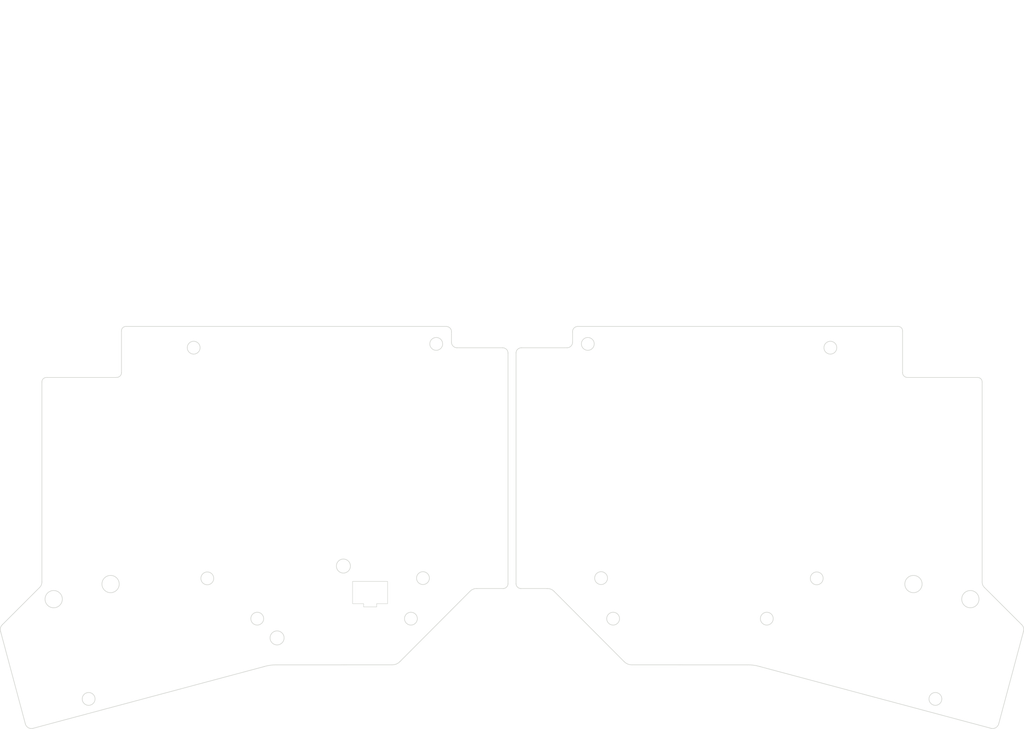
<source format=kicad_pcb>
(kicad_pcb (version 20211014) (generator pcbnew)
  (layers (0 "F.Cu" signal) (31 "B.Cu" signal) (34 "B.Paste" user) (35 "F.Paste" user) (36 "B.SilkS" user "B.Silkscreen") (37 "F.SilkS" user "F.Silkscreen") (38 "B.Mask" user) (39 "F.Mask" user) (44 "Edge.Cuts" user))
  (net 0 "")
  (footprint "jw_custom_footprint:MountingHole_3.2mm_M3_cutout" (layer "F.Cu") (at 230.931201 46.464825)
    (fp_text reference "TH1")
    (fp_text value "HOLE")
    (fp_circle (center 0 0) (end 1.6 0) (layer "Edge.Cuts") (width 0.15) (fill none))
  )
  (footprint "jw_custom_footprint:MountingHole_3.2mm_M3_cutout" (layer "F.Cu") (at 227.540246 103.903275)
    (fp_text reference "TH4")
    (fp_text value "HOLE")
    (fp_circle (center 0 0) (end 1.6 0) (layer "Edge.Cuts") (width 0.15) (fill none))
  )
  (footprint "jw_custom_footprint:MountingHole_4.3mm_M4_cutout" (layer "F.Cu") (at 251.606034 105.318788 180)
    (fp_text reference "MCU_1" hide)
    (fp_text value "HOLE")
    (fp_circle (center 0 0) (end 2.15 0) (layer "Edge.Cuts") (width 0.15) (fill none))
  )
  (footprint "jw_custom_footprint:MountingHole_3.2mm_M3_cutout" (layer "F.Cu") (at 173.882801 103.840625)
    (fp_text reference "TH3")
    (fp_text value "HOLE")
    (fp_circle (center 0 0) (end 1.6 0) (layer "Edge.Cuts") (width 0.15) (fill none))
  )
  (footprint "jw_custom_footprint:MountingHole_4.3mm_M4_cutout" (layer "F.Cu") (at 265.765808 109.077988)
    (fp_text reference "MCU_2" hide)
    (fp_text value "HOLE")
    (fp_circle (center 0 0) (end 2.15 0) (layer "Edge.Cuts") (width 0.15) (fill none))
  )
  (footprint "jw_custom_footprint:MountingHole_3.2mm_M3_cutout" (layer "F.Cu") (at 257.067034 133.919188)
    (fp_text reference "TH5")
    (fp_text value "HOLE")
    (fp_circle (center 0 0) (end 1.6 0) (layer "Edge.Cuts") (width 0.15) (fill none))
  )
  (footprint "jw_custom_footprint:MountingHole_3.2mm_M3_cutout" (layer "F.Cu") (at 215.11549 113.935075)
    (fp_text reference "JY_BT_2")
    (fp_text value "HOLE")
    (fp_circle (center 0 0) (end 1.6 0) (layer "Edge.Cuts") (width 0.15) (fill none))
  )
  (footprint "jw_custom_footprint:MountingHole_3.2mm_M3_cutout" (layer "F.Cu") (at 176.879234 113.935075)
    (fp_text reference "JY_BT_1")
    (fp_text value "HOLE")
    (fp_circle (center 0 0) (end 1.6 0) (layer "Edge.Cuts") (width 0.15) (fill none))
  )
  (footprint "jw_custom_footprint:MountingHole_3.2mm_M3_cutout" (layer "F.Cu") (at 170.580034 45.522988)
    (fp_text reference "TH2")
    (fp_text value "HOLE")
    (fp_circle (center 0 0) (end 1.6 0) (layer "Edge.Cuts") (width 0.15) (fill none))
  )
  (footprint "jw_custom_footprint:TE_0-1734839-5_1x05-1MP_P0.5mm_Horizontal_cutout" (layer "B.Cu") (at 116.415544 108.777834)
    (fp_text reference "J3" hide)
    (fp_text value "Conn_01x05_Female")
    (fp_poly (pts (xy 1.6256 1.4224) (xy 4.3434 1.4224) (xy 4.3434 -4.1148) (xy -4.3688 -4.1148) (xy -4.3688 1.4224) (xy -1.6256 1.4224) (xy -1.6256 2.2352) (xy 1.6256 2.2352)) (layer "Edge.Cuts") (width 0.12) (fill none))
  )
  (footprint "jw_custom_footprint:MountingHole_3.5mm_M3.5_cutout" (layer "B.Cu") (at 93.265348 118.728208)
    (fp_text reference "JS_HOLE_4" hide)
    (fp_text value "HOLE")
    (fp_circle (center 0 0) (end 1.75 0) (layer "Edge.Cuts") (width 0.15) (fill none))
  )
  (footprint "jw_custom_footprint:MountingHole_3.2mm_M3_cutout" (layer "B.Cu") (at 46.378114 133.919188 180)
    (fp_text reference "TH5")
    (fp_text value "HOLE")
    (fp_circle (center 0 0) (end 1.6 0) (layer "Edge.Cuts") (width 0.15) (fill none))
  )
  (footprint "jw_custom_footprint:MountingHole_3.2mm_M3_cutout" (layer "B.Cu") (at 88.329658 113.935075 180)
    (fp_text reference "JY_BT_2")
    (fp_text value "HOLE")
    (fp_circle (center 0 0) (end 1.6 0) (layer "Edge.Cuts") (width 0.15) (fill none))
  )
  (footprint "jw_custom_footprint:MountingHole_4.3mm_M4_cutout" (layer "B.Cu") (at 37.67934 109.077988 180)
    (fp_text reference "MCU_2" hide)
    (fp_text value "HOLE")
    (fp_circle (center 0 0) (end 2.15 0) (layer "Edge.Cuts") (width 0.15) (fill none))
  )
  (footprint "jw_custom_footprint:MountingHole_3.5mm_M3.5_cutout" (layer "B.Cu") (at 109.764659 100.83749)
    (fp_text reference "JS_HOLE_2" hide)
    (fp_text value "HOLE")
    (fp_circle (center 0 0) (end 1.75 0) (layer "Edge.Cuts") (width 0.15) (fill none))
  )
  (footprint "jw_custom_footprint:MountingHole_3.2mm_M3_cutout" (layer "B.Cu") (at 75.904902 103.903275 180)
    (fp_text reference "TH4")
    (fp_text value "HOLE")
    (fp_circle (center 0 0) (end 1.6 0) (layer "Edge.Cuts") (width 0.15) (fill none))
  )
  (footprint "jw_custom_footprint:MountingHole_3.2mm_M3_cutout" (layer "B.Cu") (at 126.565914 113.935075 180)
    (fp_text reference "JY_BT_1")
    (fp_text value "HOLE")
    (fp_circle (center 0 0) (end 1.6 0) (layer "Edge.Cuts") (width 0.15) (fill none))
  )
  (footprint "jw_custom_footprint:MountingHole_3.2mm_M3_cutout" (layer "B.Cu") (at 129.562347 103.840625 180)
    (fp_text reference "TH3")
    (fp_text value "HOLE")
    (fp_circle (center 0 0) (end 1.6 0) (layer "Edge.Cuts") (width 0.15) (fill none))
  )
  (footprint "jw_custom_footprint:MountingHole_4.3mm_M4_cutout" (layer "B.Cu") (at 51.839114 105.318788)
    (fp_text reference "MCU_1" hide)
    (fp_text value "HOLE")
    (fp_circle (center 0 0) (end 2.15 0) (layer "Edge.Cuts") (width 0.15) (fill none))
  )
  (footprint "jw_custom_footprint:MountingHole_3.2mm_M3_cutout" (layer "B.Cu") (at 132.865114 45.522988 180)
    (fp_text reference "TH2")
    (fp_text value "HOLE")
    (fp_circle (center 0 0) (end 1.6 0) (layer "Edge.Cuts") (width 0.15) (fill none))
  )
  (footprint "jw_custom_footprint:MountingHole_3.2mm_M3_cutout" (layer "B.Cu") (at 72.513947 46.464825 180)
    (fp_text reference "TH1")
    (fp_text value "HOLE")
    (fp_circle (center 0 0) (end 1.6 0) (layer "Edge.Cuts") (width 0.15) (fill none))
  )
  (gr_arc (start 32.558594 141.234388) (mid 31.365911 141.084685) (end 30.632038 140.132691) (layer "Edge.Cuts") (width 0.15))
  (gr_arc (start 152.722574 47.782504) (mid 153.124283 46.860887) (end 154.058046 46.488309) (layer "Edge.Cuts") (width 0.15))
  (gr_arc (start 90.052774 125.862194) (mid 91.630709 125.530441) (end 93.240347 125.435575) (layer "Edge.Cuts") (width 0.15))
  (gr_arc (start 153.853408 106.432194) (mid 153.065402 106.060413) (end 152.722574 105.259394) (layer "Edge.Cuts") (width 0.15))
  (gr_arc (start 138.048419 46.488309) (mid 137.063174 46.076654) (end 136.654616 45.090104) (layer "Edge.Cuts") (width 0.15))
  (gr_line (start 179.597801 124.612394) (end 162.198801 107.145394) (layer "Edge.Cuts") (width 0.15))
  (gr_arc (start 166.790532 42.539269) (mid 167.14682 41.578754) (end 168.090834 41.180775) (layer "Edge.Cuts") (width 0.15))
  (gr_line (start 121.815347 125.427575) (end 93.240347 125.435575) (layer "Edge.Cuts") (width 0.15))
  (gr_arc (start 34.745724 104.785388) (mid 34.608244 105.527947) (end 34.190393 106.156988) (layer "Edge.Cuts") (width 0.15))
  (gr_arc (start 181.629801 125.427575) (mid 180.527032 125.236271) (end 179.597801 124.612394) (layer "Edge.Cuts") (width 0.15))
  (gr_line (start 34.745724 55.052594) (end 34.745724 104.785388) (layer "Edge.Cuts") (width 0.15))
  (gr_line (start 270.886554 141.234388) (end 213.392374 125.862194) (layer "Edge.Cuts") (width 0.15))
  (gr_line (start 247.766319 41.180979) (end 168.090834 41.180775) (layer "Edge.Cuts") (width 0.15))
  (gr_arc (start 250.106725 53.880643) (mid 249.24888 53.525346) (end 248.893586 52.667504) (layer "Edge.Cuts") (width 0.15))
  (gr_line (start 90.052774 125.862194) (end 32.558594 141.234388) (layer "Edge.Cuts") (width 0.15))
  (gr_arc (start 210.204801 125.435575) (mid 211.814438 125.530453) (end 213.392374 125.862194) (layer "Edge.Cuts") (width 0.15))
  (gr_arc (start 150.722574 105.259394) (mid 150.379731 106.060399) (end 149.59174 106.432194) (layer "Edge.Cuts") (width 0.15))
  (gr_line (start 53.338423 53.880643) (end 35.914124 53.880643) (layer "Edge.Cuts") (width 0.15))
  (gr_line (start 150.722574 105.259394) (end 150.722574 47.782504) (layer "Edge.Cuts") (width 0.15))
  (gr_line (start 149.59174 106.432194) (end 142.965747 106.432194) (layer "Edge.Cuts") (width 0.15))
  (gr_line (start 269.254755 106.156988) (end 278.530034 115.427988) (layer "Edge.Cuts") (width 0.15))
  (gr_arc (start 34.745724 55.052594) (mid 35.074362 54.21184) (end 35.914124 53.880643) (layer "Edge.Cuts") (width 0.15))
  (gr_arc (start 269.254755 106.156988) (mid 268.836912 105.527944) (end 268.699424 104.785388) (layer "Edge.Cuts") (width 0.15))
  (gr_line (start 141.246347 107.145394) (end 123.847347 124.612394) (layer "Edge.Cuts") (width 0.15))
  (gr_line (start 154.058046 46.488309) (end 165.396729 46.488309) (layer "Edge.Cuts") (width 0.15))
  (gr_line (start 248.893586 42.285675) (end 248.893586 52.667504) (layer "Edge.Cuts") (width 0.15))
  (gr_arc (start 267.531024 53.880643) (mid 268.370805 54.21182) (end 268.699424 55.052594) (layer "Edge.Cuts") (width 0.15))
  (gr_arc (start 123.847347 124.612394) (mid 122.918113 125.236265) (end 121.815347 125.427575) (layer "Edge.Cuts") (width 0.15))
  (gr_arc (start 141.246347 107.145394) (mid 142.029815 106.605009) (end 142.965747 106.432194) (layer "Edge.Cuts") (width 0.15))
  (gr_line (start 135.354314 41.180775) (end 55.678829 41.180979) (layer "Edge.Cuts") (width 0.15))
  (gr_arc (start 135.354314 41.180775) (mid 136.298344 41.578738) (end 136.654616 42.539269) (layer "Edge.Cuts") (width 0.15))
  (gr_line (start 54.551562 52.667504) (end 54.551562 42.285675) (layer "Edge.Cuts") (width 0.15))
  (gr_line (start 24.915114 115.427988) (end 34.190393 106.156988) (layer "Edge.Cuts") (width 0.15))
  (gr_arc (start 160.479401 106.432194) (mid 161.41533 106.605017) (end 162.198801 107.145394) (layer "Edge.Cuts") (width 0.15))
  (gr_line (start 210.204801 125.435575) (end 181.629801 125.427575) (layer "Edge.Cuts") (width 0.15))
  (gr_line (start 160.479401 106.432194) (end 153.853408 106.432194) (layer "Edge.Cuts") (width 0.15))
  (gr_arc (start 54.551562 52.667504) (mid 54.196262 53.525341) (end 53.338423 53.880643) (layer "Edge.Cuts") (width 0.15))
  (gr_arc (start 149.387102 46.488309) (mid 150.320846 46.860906) (end 150.722574 47.782504) (layer "Edge.Cuts") (width 0.15))
  (gr_line (start 272.81311 140.132691) (end 278.987234 117.078988) (layer "Edge.Cuts") (width 0.15))
  (gr_line (start 24.457914 117.078988) (end 30.632038 140.132691) (layer "Edge.Cuts") (width 0.15))
  (gr_arc (start 24.457914 117.078988) (mid 24.45832 116.190294) (end 24.915114 115.427988) (layer "Edge.Cuts") (width 0.15))
  (gr_arc (start 272.81311 140.132691) (mid 272.079214 141.084645) (end 270.886554 141.234388) (layer "Edge.Cuts") (width 0.15))
  (gr_arc (start 166.790532 45.090104) (mid 166.382001 46.076681) (end 165.396729 46.488309) (layer "Edge.Cuts") (width 0.15))
  (gr_arc (start 247.766319 41.180979) (mid 248.568244 41.490165) (end 248.893586 42.285675) (layer "Edge.Cuts") (width 0.15))
  (gr_arc (start 54.551562 42.285675) (mid 54.876901 41.490163) (end 55.678829 41.180979) (layer "Edge.Cuts") (width 0.15))
  (gr_line (start 138.048419 46.488309) (end 149.387102 46.488309) (layer "Edge.Cuts") (width 0.15))
  (gr_line (start 152.722574 47.782504) (end 152.722574 105.259394) (layer "Edge.Cuts") (width 0.15))
  (gr_arc (start 278.530034 115.427988) (mid 278.986815 116.190298) (end 278.987234 117.078988) (layer "Edge.Cuts") (width 0.15))
  (gr_line (start 267.531024 53.880643) (end 250.106725 53.880643) (layer "Edge.Cuts") (width 0.15))
  (gr_line (start 166.790532 42.539269) (end 166.790532 45.090104) (layer "Edge.Cuts") (width 0.15))
  (gr_line (start 136.654616 45.090104) (end 136.654616 42.539269) (layer "Edge.Cuts") (width 0.15))
  (gr_line (start 268.699424 104.785388) (end 268.699424 55.052594) (layer "Edge.Cuts") (width 0.15))
)
</source>
